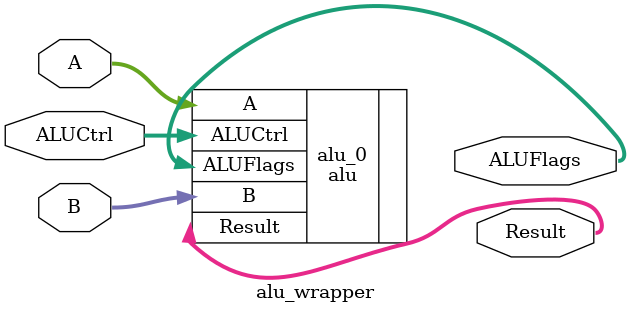
<source format=v>
module alu_wrapper
  #(parameter width=32)
   (input [width-1:0]  A, B,
    input [1:0]        ALUCtrl,
    output [width-1:0] Result,
    //     [V,C,N,Z]
    output [3:0]       ALUFlags);

   alu alu_0(
             .A(A), .B(B),
             .ALUCtrl(ALUCtrl),
             .Result(Result),
             .ALUFlags(ALUFlags)
             );

endmodule // alu_wrapper

</source>
